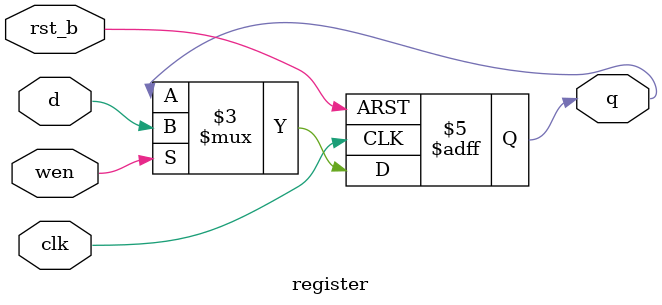
<source format=sv>
module register 
    #(parameter WL = 1)
    (input  logic               clk,
    input   logic               rst_b,
    input   logic   [WL-1:0]    d,
    output  logic   [WL-1:0]    q,
    input   logic               wen);

    always_ff @(posedge clk, negedge rst_b) begin
        if (~rst_b)
            q <= 'b0;
        else begin
            if (wen)
                q <= d;
        end
    end
endmodule: register
</source>
